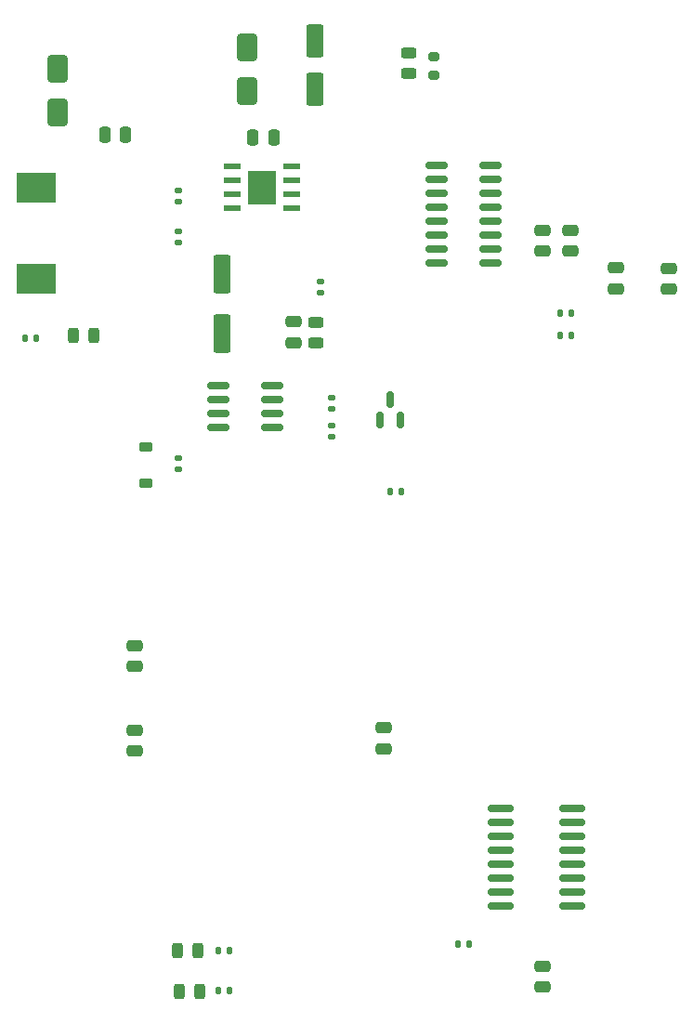
<source format=gbr>
%TF.GenerationSoftware,KiCad,Pcbnew,9.0.2*%
%TF.CreationDate,2025-09-24T13:25:18+05:30*%
%TF.ProjectId,UNO STEMc3.1,554e4f20-5354-4454-9d63-332e312e6b69,rev?*%
%TF.SameCoordinates,Original*%
%TF.FileFunction,Paste,Top*%
%TF.FilePolarity,Positive*%
%FSLAX46Y46*%
G04 Gerber Fmt 4.6, Leading zero omitted, Abs format (unit mm)*
G04 Created by KiCad (PCBNEW 9.0.2) date 2025-09-24 13:25:18*
%MOMM*%
%LPD*%
G01*
G04 APERTURE LIST*
G04 Aperture macros list*
%AMRoundRect*
0 Rectangle with rounded corners*
0 $1 Rounding radius*
0 $2 $3 $4 $5 $6 $7 $8 $9 X,Y pos of 4 corners*
0 Add a 4 corners polygon primitive as box body*
4,1,4,$2,$3,$4,$5,$6,$7,$8,$9,$2,$3,0*
0 Add four circle primitives for the rounded corners*
1,1,$1+$1,$2,$3*
1,1,$1+$1,$4,$5*
1,1,$1+$1,$6,$7*
1,1,$1+$1,$8,$9*
0 Add four rect primitives between the rounded corners*
20,1,$1+$1,$2,$3,$4,$5,0*
20,1,$1+$1,$4,$5,$6,$7,0*
20,1,$1+$1,$6,$7,$8,$9,0*
20,1,$1+$1,$8,$9,$2,$3,0*%
G04 Aperture macros list end*
%ADD10RoundRect,0.243750X0.456250X-0.243750X0.456250X0.243750X-0.456250X0.243750X-0.456250X-0.243750X0*%
%ADD11RoundRect,0.225000X-0.375000X0.225000X-0.375000X-0.225000X0.375000X-0.225000X0.375000X0.225000X0*%
%ADD12RoundRect,0.135000X0.135000X0.185000X-0.135000X0.185000X-0.135000X-0.185000X0.135000X-0.185000X0*%
%ADD13RoundRect,0.250000X0.475000X-0.250000X0.475000X0.250000X-0.475000X0.250000X-0.475000X-0.250000X0*%
%ADD14R,3.600000X2.700000*%
%ADD15RoundRect,0.243750X-0.243750X-0.456250X0.243750X-0.456250X0.243750X0.456250X-0.243750X0.456250X0*%
%ADD16RoundRect,0.135000X0.185000X-0.135000X0.185000X0.135000X-0.185000X0.135000X-0.185000X-0.135000X0*%
%ADD17RoundRect,0.250000X-0.475000X0.250000X-0.475000X-0.250000X0.475000X-0.250000X0.475000X0.250000X0*%
%ADD18R,1.550000X0.600000*%
%ADD19R,2.600000X3.100000*%
%ADD20RoundRect,0.135000X-0.135000X-0.185000X0.135000X-0.185000X0.135000X0.185000X-0.135000X0.185000X0*%
%ADD21RoundRect,0.135000X-0.185000X0.135000X-0.185000X-0.135000X0.185000X-0.135000X0.185000X0.135000X0*%
%ADD22RoundRect,0.243750X0.243750X0.456250X-0.243750X0.456250X-0.243750X-0.456250X0.243750X-0.456250X0*%
%ADD23RoundRect,0.250000X0.250000X0.475000X-0.250000X0.475000X-0.250000X-0.475000X0.250000X-0.475000X0*%
%ADD24RoundRect,0.250000X0.650000X-1.000000X0.650000X1.000000X-0.650000X1.000000X-0.650000X-1.000000X0*%
%ADD25RoundRect,0.250000X0.550000X-1.250000X0.550000X1.250000X-0.550000X1.250000X-0.550000X-1.250000X0*%
%ADD26RoundRect,0.250000X-0.250000X-0.475000X0.250000X-0.475000X0.250000X0.475000X-0.250000X0.475000X0*%
%ADD27RoundRect,0.150000X0.150000X-0.587500X0.150000X0.587500X-0.150000X0.587500X-0.150000X-0.587500X0*%
%ADD28RoundRect,0.150000X0.825000X0.150000X-0.825000X0.150000X-0.825000X-0.150000X0.825000X-0.150000X0*%
%ADD29RoundRect,0.200000X0.275000X-0.200000X0.275000X0.200000X-0.275000X0.200000X-0.275000X-0.200000X0*%
%ADD30RoundRect,0.150000X-1.050000X-0.150000X1.050000X-0.150000X1.050000X0.150000X-1.050000X0.150000X0*%
%ADD31RoundRect,0.250000X-0.550000X1.500000X-0.550000X-1.500000X0.550000X-1.500000X0.550000X1.500000X0*%
G04 APERTURE END LIST*
D10*
%TO.C,D3*%
X94750000Y-116437500D03*
X94750000Y-114562500D03*
%TD*%
D11*
%TO.C,D5*%
X79250000Y-125950000D03*
X79250000Y-129250000D03*
%TD*%
D12*
%TO.C,R11*%
X108770000Y-171250000D03*
X107750000Y-171250000D03*
%TD*%
%TO.C,R17*%
X69310000Y-116000000D03*
X68290000Y-116000000D03*
%TD*%
D13*
%TO.C,C17*%
X78250000Y-145950000D03*
X78250000Y-144050000D03*
%TD*%
D10*
%TO.C,D4*%
X103250000Y-91937500D03*
X103250000Y-90062500D03*
%TD*%
D14*
%TO.C,L1*%
X69300000Y-102350000D03*
X69300000Y-110650000D03*
%TD*%
D15*
%TO.C,D11*%
X72662500Y-115800000D03*
X74537500Y-115800000D03*
%TD*%
D16*
%TO.C,R3*%
X82250000Y-107347500D03*
X82250000Y-106327500D03*
%TD*%
D17*
%TO.C,C18*%
X78250000Y-151762500D03*
X78250000Y-153662500D03*
%TD*%
%TO.C,C14*%
X122100000Y-109620000D03*
X122100000Y-111520000D03*
%TD*%
D13*
%TO.C,C10*%
X118000000Y-108120000D03*
X118000000Y-106220000D03*
%TD*%
D18*
%TO.C,U2*%
X87200000Y-100395000D03*
X87200000Y-101665000D03*
X87200000Y-102935000D03*
X87200000Y-104205000D03*
X92600000Y-104205000D03*
X92600000Y-102935000D03*
X92600000Y-101665000D03*
X92600000Y-100395000D03*
D19*
X89900000Y-102300000D03*
%TD*%
D20*
%TO.C,R6*%
X117065000Y-115750000D03*
X118085000Y-115750000D03*
%TD*%
D21*
%TO.C,R1*%
X96250000Y-121480000D03*
X96250000Y-122500000D03*
%TD*%
D22*
%TO.C,D6*%
X84000000Y-171800000D03*
X82125000Y-171800000D03*
%TD*%
D13*
%TO.C,C19*%
X101000000Y-153450000D03*
X101000000Y-151550000D03*
%TD*%
D17*
%TO.C,C9*%
X92750000Y-114550000D03*
X92750000Y-116450000D03*
%TD*%
D21*
%TO.C,R9*%
X82250000Y-126990000D03*
X82250000Y-128010000D03*
%TD*%
D23*
%TO.C,C2*%
X77450000Y-97500000D03*
X75550000Y-97500000D03*
%TD*%
D24*
%TO.C,D1*%
X88500000Y-93500000D03*
X88500000Y-89500000D03*
%TD*%
D25*
%TO.C,C1*%
X94730000Y-93320000D03*
X94730000Y-88920000D03*
%TD*%
D22*
%TO.C,D10*%
X84200000Y-175600000D03*
X82325000Y-175600000D03*
%TD*%
D17*
%TO.C,C7*%
X115400000Y-173250000D03*
X115400000Y-175150000D03*
%TD*%
%TO.C,C15*%
X126980000Y-109670000D03*
X126980000Y-111570000D03*
%TD*%
D20*
%TO.C,R12*%
X85890000Y-171800000D03*
X86910000Y-171800000D03*
%TD*%
D26*
%TO.C,C5*%
X89050000Y-97750000D03*
X90950000Y-97750000D03*
%TD*%
D20*
%TO.C,R10*%
X101577500Y-130000000D03*
X102597500Y-130000000D03*
%TD*%
%TO.C,R16*%
X85892597Y-175486456D03*
X86912597Y-175486456D03*
%TD*%
D21*
%TO.C,R5*%
X95230000Y-110860000D03*
X95230000Y-111880000D03*
%TD*%
D27*
%TO.C,Q1*%
X100600000Y-123500000D03*
X102500000Y-123500000D03*
X101550000Y-121625000D03*
%TD*%
D28*
%TO.C,U5*%
X110730000Y-109140000D03*
X110730000Y-107870000D03*
X110730000Y-106600000D03*
X110730000Y-105330000D03*
X110730000Y-104060000D03*
X110730000Y-102790000D03*
X110730000Y-101520000D03*
X110730000Y-100250000D03*
X105780000Y-100250000D03*
X105780000Y-101520000D03*
X105780000Y-102790000D03*
X105780000Y-104060000D03*
X105780000Y-105330000D03*
X105780000Y-106600000D03*
X105780000Y-107870000D03*
X105780000Y-109140000D03*
%TD*%
D29*
%TO.C,R8*%
X105500000Y-92075000D03*
X105500000Y-90425000D03*
%TD*%
D30*
%TO.C,U7*%
X111633100Y-158879480D03*
X111633100Y-160149480D03*
X111633100Y-161419480D03*
X111633100Y-162689480D03*
X111633100Y-163959480D03*
X111633100Y-165229480D03*
X111633100Y-166499480D03*
X111633100Y-167769480D03*
X118133100Y-167769480D03*
X118133100Y-166499480D03*
X118133100Y-165229480D03*
X118133100Y-163959480D03*
X118133100Y-162689480D03*
X118133100Y-161419480D03*
X118133100Y-160149480D03*
X118133100Y-158879480D03*
%TD*%
D16*
%TO.C,R4*%
X82250000Y-103597500D03*
X82250000Y-102577500D03*
%TD*%
D12*
%TO.C,R7*%
X118085000Y-113750000D03*
X117065000Y-113750000D03*
%TD*%
D28*
%TO.C,U1*%
X90825000Y-124180000D03*
X90825000Y-122910000D03*
X90825000Y-121640000D03*
X90825000Y-120370000D03*
X85875000Y-120370000D03*
X85875000Y-121640000D03*
X85875000Y-122910000D03*
X85875000Y-124180000D03*
%TD*%
D21*
%TO.C,R2*%
X96250000Y-123980000D03*
X96250000Y-125000000D03*
%TD*%
D31*
%TO.C,C8*%
X86230000Y-110220000D03*
X86230000Y-115620000D03*
%TD*%
D13*
%TO.C,C16*%
X115480000Y-108120000D03*
X115480000Y-106220000D03*
%TD*%
D24*
%TO.C,D2*%
X71250000Y-95500000D03*
X71250000Y-91500000D03*
%TD*%
M02*

</source>
